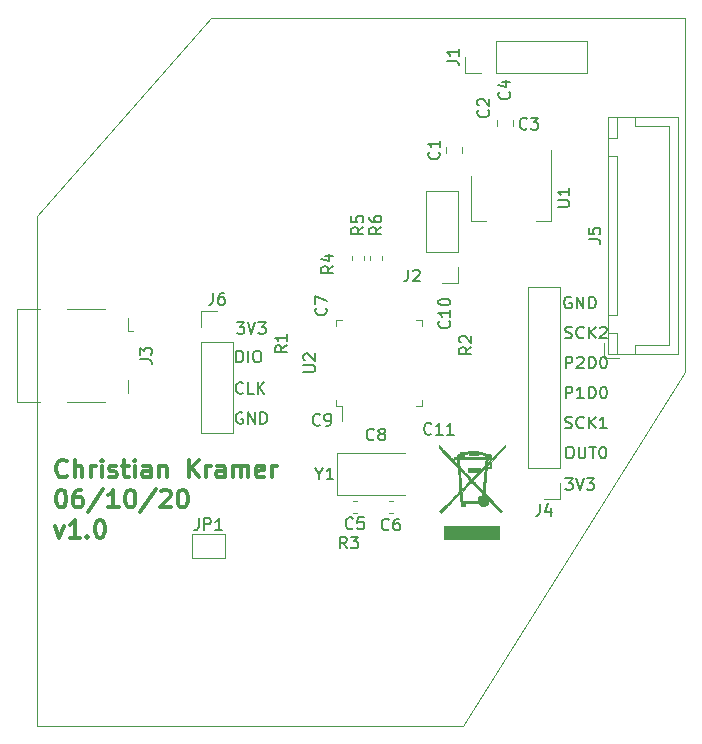
<source format=gbr>
%TF.GenerationSoftware,KiCad,Pcbnew,(5.1.6)-1*%
%TF.CreationDate,2020-06-10T16:57:25-05:00*%
%TF.ProjectId,GameVision50 Redesign,47616d65-5669-4736-996f-6e3530205265,rev?*%
%TF.SameCoordinates,Original*%
%TF.FileFunction,Legend,Top*%
%TF.FilePolarity,Positive*%
%FSLAX46Y46*%
G04 Gerber Fmt 4.6, Leading zero omitted, Abs format (unit mm)*
G04 Created by KiCad (PCBNEW (5.1.6)-1) date 2020-06-10 16:57:25*
%MOMM*%
%LPD*%
G01*
G04 APERTURE LIST*
%ADD10C,0.300000*%
%ADD11C,0.150000*%
%TA.AperFunction,Profile*%
%ADD12C,0.050000*%
%TD*%
%ADD13C,0.010000*%
%ADD14C,0.120000*%
G04 APERTURE END LIST*
D10*
X104152285Y-89552714D02*
X104080857Y-89624142D01*
X103866571Y-89695571D01*
X103723714Y-89695571D01*
X103509428Y-89624142D01*
X103366571Y-89481285D01*
X103295142Y-89338428D01*
X103223714Y-89052714D01*
X103223714Y-88838428D01*
X103295142Y-88552714D01*
X103366571Y-88409857D01*
X103509428Y-88267000D01*
X103723714Y-88195571D01*
X103866571Y-88195571D01*
X104080857Y-88267000D01*
X104152285Y-88338428D01*
X104795142Y-89695571D02*
X104795142Y-88195571D01*
X105438000Y-89695571D02*
X105438000Y-88909857D01*
X105366571Y-88767000D01*
X105223714Y-88695571D01*
X105009428Y-88695571D01*
X104866571Y-88767000D01*
X104795142Y-88838428D01*
X106152285Y-89695571D02*
X106152285Y-88695571D01*
X106152285Y-88981285D02*
X106223714Y-88838428D01*
X106295142Y-88767000D01*
X106438000Y-88695571D01*
X106580857Y-88695571D01*
X107080857Y-89695571D02*
X107080857Y-88695571D01*
X107080857Y-88195571D02*
X107009428Y-88267000D01*
X107080857Y-88338428D01*
X107152285Y-88267000D01*
X107080857Y-88195571D01*
X107080857Y-88338428D01*
X107723714Y-89624142D02*
X107866571Y-89695571D01*
X108152285Y-89695571D01*
X108295142Y-89624142D01*
X108366571Y-89481285D01*
X108366571Y-89409857D01*
X108295142Y-89267000D01*
X108152285Y-89195571D01*
X107938000Y-89195571D01*
X107795142Y-89124142D01*
X107723714Y-88981285D01*
X107723714Y-88909857D01*
X107795142Y-88767000D01*
X107938000Y-88695571D01*
X108152285Y-88695571D01*
X108295142Y-88767000D01*
X108795142Y-88695571D02*
X109366571Y-88695571D01*
X109009428Y-88195571D02*
X109009428Y-89481285D01*
X109080857Y-89624142D01*
X109223714Y-89695571D01*
X109366571Y-89695571D01*
X109866571Y-89695571D02*
X109866571Y-88695571D01*
X109866571Y-88195571D02*
X109795142Y-88267000D01*
X109866571Y-88338428D01*
X109938000Y-88267000D01*
X109866571Y-88195571D01*
X109866571Y-88338428D01*
X111223714Y-89695571D02*
X111223714Y-88909857D01*
X111152285Y-88767000D01*
X111009428Y-88695571D01*
X110723714Y-88695571D01*
X110580857Y-88767000D01*
X111223714Y-89624142D02*
X111080857Y-89695571D01*
X110723714Y-89695571D01*
X110580857Y-89624142D01*
X110509428Y-89481285D01*
X110509428Y-89338428D01*
X110580857Y-89195571D01*
X110723714Y-89124142D01*
X111080857Y-89124142D01*
X111223714Y-89052714D01*
X111938000Y-88695571D02*
X111938000Y-89695571D01*
X111938000Y-88838428D02*
X112009428Y-88767000D01*
X112152285Y-88695571D01*
X112366571Y-88695571D01*
X112509428Y-88767000D01*
X112580857Y-88909857D01*
X112580857Y-89695571D01*
X114438000Y-89695571D02*
X114438000Y-88195571D01*
X115295142Y-89695571D02*
X114652285Y-88838428D01*
X115295142Y-88195571D02*
X114438000Y-89052714D01*
X115938000Y-89695571D02*
X115938000Y-88695571D01*
X115938000Y-88981285D02*
X116009428Y-88838428D01*
X116080857Y-88767000D01*
X116223714Y-88695571D01*
X116366571Y-88695571D01*
X117509428Y-89695571D02*
X117509428Y-88909857D01*
X117438000Y-88767000D01*
X117295142Y-88695571D01*
X117009428Y-88695571D01*
X116866571Y-88767000D01*
X117509428Y-89624142D02*
X117366571Y-89695571D01*
X117009428Y-89695571D01*
X116866571Y-89624142D01*
X116795142Y-89481285D01*
X116795142Y-89338428D01*
X116866571Y-89195571D01*
X117009428Y-89124142D01*
X117366571Y-89124142D01*
X117509428Y-89052714D01*
X118223714Y-89695571D02*
X118223714Y-88695571D01*
X118223714Y-88838428D02*
X118295142Y-88767000D01*
X118438000Y-88695571D01*
X118652285Y-88695571D01*
X118795142Y-88767000D01*
X118866571Y-88909857D01*
X118866571Y-89695571D01*
X118866571Y-88909857D02*
X118938000Y-88767000D01*
X119080857Y-88695571D01*
X119295142Y-88695571D01*
X119438000Y-88767000D01*
X119509428Y-88909857D01*
X119509428Y-89695571D01*
X120795142Y-89624142D02*
X120652285Y-89695571D01*
X120366571Y-89695571D01*
X120223714Y-89624142D01*
X120152285Y-89481285D01*
X120152285Y-88909857D01*
X120223714Y-88767000D01*
X120366571Y-88695571D01*
X120652285Y-88695571D01*
X120795142Y-88767000D01*
X120866571Y-88909857D01*
X120866571Y-89052714D01*
X120152285Y-89195571D01*
X121509428Y-89695571D02*
X121509428Y-88695571D01*
X121509428Y-88981285D02*
X121580857Y-88838428D01*
X121652285Y-88767000D01*
X121795142Y-88695571D01*
X121938000Y-88695571D01*
X103580857Y-90745571D02*
X103723714Y-90745571D01*
X103866571Y-90817000D01*
X103938000Y-90888428D01*
X104009428Y-91031285D01*
X104080857Y-91317000D01*
X104080857Y-91674142D01*
X104009428Y-91959857D01*
X103938000Y-92102714D01*
X103866571Y-92174142D01*
X103723714Y-92245571D01*
X103580857Y-92245571D01*
X103438000Y-92174142D01*
X103366571Y-92102714D01*
X103295142Y-91959857D01*
X103223714Y-91674142D01*
X103223714Y-91317000D01*
X103295142Y-91031285D01*
X103366571Y-90888428D01*
X103438000Y-90817000D01*
X103580857Y-90745571D01*
X105366571Y-90745571D02*
X105080857Y-90745571D01*
X104938000Y-90817000D01*
X104866571Y-90888428D01*
X104723714Y-91102714D01*
X104652285Y-91388428D01*
X104652285Y-91959857D01*
X104723714Y-92102714D01*
X104795142Y-92174142D01*
X104938000Y-92245571D01*
X105223714Y-92245571D01*
X105366571Y-92174142D01*
X105438000Y-92102714D01*
X105509428Y-91959857D01*
X105509428Y-91602714D01*
X105438000Y-91459857D01*
X105366571Y-91388428D01*
X105223714Y-91317000D01*
X104938000Y-91317000D01*
X104795142Y-91388428D01*
X104723714Y-91459857D01*
X104652285Y-91602714D01*
X107223714Y-90674142D02*
X105938000Y-92602714D01*
X108509428Y-92245571D02*
X107652285Y-92245571D01*
X108080857Y-92245571D02*
X108080857Y-90745571D01*
X107938000Y-90959857D01*
X107795142Y-91102714D01*
X107652285Y-91174142D01*
X109438000Y-90745571D02*
X109580857Y-90745571D01*
X109723714Y-90817000D01*
X109795142Y-90888428D01*
X109866571Y-91031285D01*
X109938000Y-91317000D01*
X109938000Y-91674142D01*
X109866571Y-91959857D01*
X109795142Y-92102714D01*
X109723714Y-92174142D01*
X109580857Y-92245571D01*
X109438000Y-92245571D01*
X109295142Y-92174142D01*
X109223714Y-92102714D01*
X109152285Y-91959857D01*
X109080857Y-91674142D01*
X109080857Y-91317000D01*
X109152285Y-91031285D01*
X109223714Y-90888428D01*
X109295142Y-90817000D01*
X109438000Y-90745571D01*
X111652285Y-90674142D02*
X110366571Y-92602714D01*
X112080857Y-90888428D02*
X112152285Y-90817000D01*
X112295142Y-90745571D01*
X112652285Y-90745571D01*
X112795142Y-90817000D01*
X112866571Y-90888428D01*
X112938000Y-91031285D01*
X112938000Y-91174142D01*
X112866571Y-91388428D01*
X112009428Y-92245571D01*
X112938000Y-92245571D01*
X113866571Y-90745571D02*
X114009428Y-90745571D01*
X114152285Y-90817000D01*
X114223714Y-90888428D01*
X114295142Y-91031285D01*
X114366571Y-91317000D01*
X114366571Y-91674142D01*
X114295142Y-91959857D01*
X114223714Y-92102714D01*
X114152285Y-92174142D01*
X114009428Y-92245571D01*
X113866571Y-92245571D01*
X113723714Y-92174142D01*
X113652285Y-92102714D01*
X113580857Y-91959857D01*
X113509428Y-91674142D01*
X113509428Y-91317000D01*
X113580857Y-91031285D01*
X113652285Y-90888428D01*
X113723714Y-90817000D01*
X113866571Y-90745571D01*
X103152285Y-93795571D02*
X103509428Y-94795571D01*
X103866571Y-93795571D01*
X105223714Y-94795571D02*
X104366571Y-94795571D01*
X104795142Y-94795571D02*
X104795142Y-93295571D01*
X104652285Y-93509857D01*
X104509428Y-93652714D01*
X104366571Y-93724142D01*
X105866571Y-94652714D02*
X105938000Y-94724142D01*
X105866571Y-94795571D01*
X105795142Y-94724142D01*
X105866571Y-94652714D01*
X105866571Y-94795571D01*
X106866571Y-93295571D02*
X107009428Y-93295571D01*
X107152285Y-93367000D01*
X107223714Y-93438428D01*
X107295142Y-93581285D01*
X107366571Y-93867000D01*
X107366571Y-94224142D01*
X107295142Y-94509857D01*
X107223714Y-94652714D01*
X107152285Y-94724142D01*
X107009428Y-94795571D01*
X106866571Y-94795571D01*
X106723714Y-94724142D01*
X106652285Y-94652714D01*
X106580857Y-94509857D01*
X106509428Y-94224142D01*
X106509428Y-93867000D01*
X106580857Y-93581285D01*
X106652285Y-93438428D01*
X106723714Y-93367000D01*
X106866571Y-93295571D01*
D11*
X146812095Y-74430000D02*
X146716857Y-74382380D01*
X146574000Y-74382380D01*
X146431142Y-74430000D01*
X146335904Y-74525238D01*
X146288285Y-74620476D01*
X146240666Y-74810952D01*
X146240666Y-74953809D01*
X146288285Y-75144285D01*
X146335904Y-75239523D01*
X146431142Y-75334761D01*
X146574000Y-75382380D01*
X146669238Y-75382380D01*
X146812095Y-75334761D01*
X146859714Y-75287142D01*
X146859714Y-74953809D01*
X146669238Y-74953809D01*
X147288285Y-75382380D02*
X147288285Y-74382380D01*
X147859714Y-75382380D01*
X147859714Y-74382380D01*
X148335904Y-75382380D02*
X148335904Y-74382380D01*
X148574000Y-74382380D01*
X148716857Y-74430000D01*
X148812095Y-74525238D01*
X148859714Y-74620476D01*
X148907333Y-74810952D01*
X148907333Y-74953809D01*
X148859714Y-75144285D01*
X148812095Y-75239523D01*
X148716857Y-75334761D01*
X148574000Y-75382380D01*
X148335904Y-75382380D01*
X146335904Y-89749380D02*
X146954952Y-89749380D01*
X146621619Y-90130333D01*
X146764476Y-90130333D01*
X146859714Y-90177952D01*
X146907333Y-90225571D01*
X146954952Y-90320809D01*
X146954952Y-90558904D01*
X146907333Y-90654142D01*
X146859714Y-90701761D01*
X146764476Y-90749380D01*
X146478761Y-90749380D01*
X146383523Y-90701761D01*
X146335904Y-90654142D01*
X147240666Y-89749380D02*
X147574000Y-90749380D01*
X147907333Y-89749380D01*
X148145428Y-89749380D02*
X148764476Y-89749380D01*
X148431142Y-90130333D01*
X148574000Y-90130333D01*
X148669238Y-90177952D01*
X148716857Y-90225571D01*
X148764476Y-90320809D01*
X148764476Y-90558904D01*
X148716857Y-90654142D01*
X148669238Y-90701761D01*
X148574000Y-90749380D01*
X148288285Y-90749380D01*
X148193047Y-90701761D01*
X148145428Y-90654142D01*
X146605809Y-87082380D02*
X146796285Y-87082380D01*
X146891523Y-87130000D01*
X146986761Y-87225238D01*
X147034380Y-87415714D01*
X147034380Y-87749047D01*
X146986761Y-87939523D01*
X146891523Y-88034761D01*
X146796285Y-88082380D01*
X146605809Y-88082380D01*
X146510571Y-88034761D01*
X146415333Y-87939523D01*
X146367714Y-87749047D01*
X146367714Y-87415714D01*
X146415333Y-87225238D01*
X146510571Y-87130000D01*
X146605809Y-87082380D01*
X147462952Y-87082380D02*
X147462952Y-87891904D01*
X147510571Y-87987142D01*
X147558190Y-88034761D01*
X147653428Y-88082380D01*
X147843904Y-88082380D01*
X147939142Y-88034761D01*
X147986761Y-87987142D01*
X148034380Y-87891904D01*
X148034380Y-87082380D01*
X148367714Y-87082380D02*
X148939142Y-87082380D01*
X148653428Y-88082380D02*
X148653428Y-87082380D01*
X149462952Y-87082380D02*
X149558190Y-87082380D01*
X149653428Y-87130000D01*
X149701047Y-87177619D01*
X149748666Y-87272857D01*
X149796285Y-87463333D01*
X149796285Y-87701428D01*
X149748666Y-87891904D01*
X149701047Y-87987142D01*
X149653428Y-88034761D01*
X149558190Y-88082380D01*
X149462952Y-88082380D01*
X149367714Y-88034761D01*
X149320095Y-87987142D01*
X149272476Y-87891904D01*
X149224857Y-87701428D01*
X149224857Y-87463333D01*
X149272476Y-87272857D01*
X149320095Y-87177619D01*
X149367714Y-87130000D01*
X149462952Y-87082380D01*
X146320095Y-85494761D02*
X146462952Y-85542380D01*
X146701047Y-85542380D01*
X146796285Y-85494761D01*
X146843904Y-85447142D01*
X146891523Y-85351904D01*
X146891523Y-85256666D01*
X146843904Y-85161428D01*
X146796285Y-85113809D01*
X146701047Y-85066190D01*
X146510571Y-85018571D01*
X146415333Y-84970952D01*
X146367714Y-84923333D01*
X146320095Y-84828095D01*
X146320095Y-84732857D01*
X146367714Y-84637619D01*
X146415333Y-84590000D01*
X146510571Y-84542380D01*
X146748666Y-84542380D01*
X146891523Y-84590000D01*
X147891523Y-85447142D02*
X147843904Y-85494761D01*
X147701047Y-85542380D01*
X147605809Y-85542380D01*
X147462952Y-85494761D01*
X147367714Y-85399523D01*
X147320095Y-85304285D01*
X147272476Y-85113809D01*
X147272476Y-84970952D01*
X147320095Y-84780476D01*
X147367714Y-84685238D01*
X147462952Y-84590000D01*
X147605809Y-84542380D01*
X147701047Y-84542380D01*
X147843904Y-84590000D01*
X147891523Y-84637619D01*
X148320095Y-85542380D02*
X148320095Y-84542380D01*
X148891523Y-85542380D02*
X148462952Y-84970952D01*
X148891523Y-84542380D02*
X148320095Y-85113809D01*
X149843904Y-85542380D02*
X149272476Y-85542380D01*
X149558190Y-85542380D02*
X149558190Y-84542380D01*
X149462952Y-84685238D01*
X149367714Y-84780476D01*
X149272476Y-84828095D01*
X146367714Y-83002380D02*
X146367714Y-82002380D01*
X146748666Y-82002380D01*
X146843904Y-82050000D01*
X146891523Y-82097619D01*
X146939142Y-82192857D01*
X146939142Y-82335714D01*
X146891523Y-82430952D01*
X146843904Y-82478571D01*
X146748666Y-82526190D01*
X146367714Y-82526190D01*
X147891523Y-83002380D02*
X147320095Y-83002380D01*
X147605809Y-83002380D02*
X147605809Y-82002380D01*
X147510571Y-82145238D01*
X147415333Y-82240476D01*
X147320095Y-82288095D01*
X148320095Y-83002380D02*
X148320095Y-82002380D01*
X148558190Y-82002380D01*
X148701047Y-82050000D01*
X148796285Y-82145238D01*
X148843904Y-82240476D01*
X148891523Y-82430952D01*
X148891523Y-82573809D01*
X148843904Y-82764285D01*
X148796285Y-82859523D01*
X148701047Y-82954761D01*
X148558190Y-83002380D01*
X148320095Y-83002380D01*
X149510571Y-82002380D02*
X149605809Y-82002380D01*
X149701047Y-82050000D01*
X149748666Y-82097619D01*
X149796285Y-82192857D01*
X149843904Y-82383333D01*
X149843904Y-82621428D01*
X149796285Y-82811904D01*
X149748666Y-82907142D01*
X149701047Y-82954761D01*
X149605809Y-83002380D01*
X149510571Y-83002380D01*
X149415333Y-82954761D01*
X149367714Y-82907142D01*
X149320095Y-82811904D01*
X149272476Y-82621428D01*
X149272476Y-82383333D01*
X149320095Y-82192857D01*
X149367714Y-82097619D01*
X149415333Y-82050000D01*
X149510571Y-82002380D01*
X146367714Y-80462380D02*
X146367714Y-79462380D01*
X146748666Y-79462380D01*
X146843904Y-79510000D01*
X146891523Y-79557619D01*
X146939142Y-79652857D01*
X146939142Y-79795714D01*
X146891523Y-79890952D01*
X146843904Y-79938571D01*
X146748666Y-79986190D01*
X146367714Y-79986190D01*
X147320095Y-79557619D02*
X147367714Y-79510000D01*
X147462952Y-79462380D01*
X147701047Y-79462380D01*
X147796285Y-79510000D01*
X147843904Y-79557619D01*
X147891523Y-79652857D01*
X147891523Y-79748095D01*
X147843904Y-79890952D01*
X147272476Y-80462380D01*
X147891523Y-80462380D01*
X148320095Y-80462380D02*
X148320095Y-79462380D01*
X148558190Y-79462380D01*
X148701047Y-79510000D01*
X148796285Y-79605238D01*
X148843904Y-79700476D01*
X148891523Y-79890952D01*
X148891523Y-80033809D01*
X148843904Y-80224285D01*
X148796285Y-80319523D01*
X148701047Y-80414761D01*
X148558190Y-80462380D01*
X148320095Y-80462380D01*
X149510571Y-79462380D02*
X149605809Y-79462380D01*
X149701047Y-79510000D01*
X149748666Y-79557619D01*
X149796285Y-79652857D01*
X149843904Y-79843333D01*
X149843904Y-80081428D01*
X149796285Y-80271904D01*
X149748666Y-80367142D01*
X149701047Y-80414761D01*
X149605809Y-80462380D01*
X149510571Y-80462380D01*
X149415333Y-80414761D01*
X149367714Y-80367142D01*
X149320095Y-80271904D01*
X149272476Y-80081428D01*
X149272476Y-79843333D01*
X149320095Y-79652857D01*
X149367714Y-79557619D01*
X149415333Y-79510000D01*
X149510571Y-79462380D01*
X146320095Y-77874761D02*
X146462952Y-77922380D01*
X146701047Y-77922380D01*
X146796285Y-77874761D01*
X146843904Y-77827142D01*
X146891523Y-77731904D01*
X146891523Y-77636666D01*
X146843904Y-77541428D01*
X146796285Y-77493809D01*
X146701047Y-77446190D01*
X146510571Y-77398571D01*
X146415333Y-77350952D01*
X146367714Y-77303333D01*
X146320095Y-77208095D01*
X146320095Y-77112857D01*
X146367714Y-77017619D01*
X146415333Y-76970000D01*
X146510571Y-76922380D01*
X146748666Y-76922380D01*
X146891523Y-76970000D01*
X147891523Y-77827142D02*
X147843904Y-77874761D01*
X147701047Y-77922380D01*
X147605809Y-77922380D01*
X147462952Y-77874761D01*
X147367714Y-77779523D01*
X147320095Y-77684285D01*
X147272476Y-77493809D01*
X147272476Y-77350952D01*
X147320095Y-77160476D01*
X147367714Y-77065238D01*
X147462952Y-76970000D01*
X147605809Y-76922380D01*
X147701047Y-76922380D01*
X147843904Y-76970000D01*
X147891523Y-77017619D01*
X148320095Y-77922380D02*
X148320095Y-76922380D01*
X148891523Y-77922380D02*
X148462952Y-77350952D01*
X148891523Y-76922380D02*
X148320095Y-77493809D01*
X149272476Y-77017619D02*
X149320095Y-76970000D01*
X149415333Y-76922380D01*
X149653428Y-76922380D01*
X149748666Y-76970000D01*
X149796285Y-77017619D01*
X149843904Y-77112857D01*
X149843904Y-77208095D01*
X149796285Y-77350952D01*
X149224857Y-77922380D01*
X149843904Y-77922380D01*
X118999095Y-84209000D02*
X118903857Y-84161380D01*
X118761000Y-84161380D01*
X118618142Y-84209000D01*
X118522904Y-84304238D01*
X118475285Y-84399476D01*
X118427666Y-84589952D01*
X118427666Y-84732809D01*
X118475285Y-84923285D01*
X118522904Y-85018523D01*
X118618142Y-85113761D01*
X118761000Y-85161380D01*
X118856238Y-85161380D01*
X118999095Y-85113761D01*
X119046714Y-85066142D01*
X119046714Y-84732809D01*
X118856238Y-84732809D01*
X119475285Y-85161380D02*
X119475285Y-84161380D01*
X120046714Y-85161380D01*
X120046714Y-84161380D01*
X120522904Y-85161380D02*
X120522904Y-84161380D01*
X120761000Y-84161380D01*
X120903857Y-84209000D01*
X120999095Y-84304238D01*
X121046714Y-84399476D01*
X121094333Y-84589952D01*
X121094333Y-84732809D01*
X121046714Y-84923285D01*
X120999095Y-85018523D01*
X120903857Y-85113761D01*
X120761000Y-85161380D01*
X120522904Y-85161380D01*
X119038761Y-82526142D02*
X118991142Y-82573761D01*
X118848285Y-82621380D01*
X118753047Y-82621380D01*
X118610190Y-82573761D01*
X118514952Y-82478523D01*
X118467333Y-82383285D01*
X118419714Y-82192809D01*
X118419714Y-82049952D01*
X118467333Y-81859476D01*
X118514952Y-81764238D01*
X118610190Y-81669000D01*
X118753047Y-81621380D01*
X118848285Y-81621380D01*
X118991142Y-81669000D01*
X119038761Y-81716619D01*
X119943523Y-82621380D02*
X119467333Y-82621380D01*
X119467333Y-81621380D01*
X120276857Y-82621380D02*
X120276857Y-81621380D01*
X120848285Y-82621380D02*
X120419714Y-82049952D01*
X120848285Y-81621380D02*
X120276857Y-82192809D01*
X118483190Y-79954380D02*
X118483190Y-78954380D01*
X118721285Y-78954380D01*
X118864142Y-79002000D01*
X118959380Y-79097238D01*
X119007000Y-79192476D01*
X119054619Y-79382952D01*
X119054619Y-79525809D01*
X119007000Y-79716285D01*
X118959380Y-79811523D01*
X118864142Y-79906761D01*
X118721285Y-79954380D01*
X118483190Y-79954380D01*
X119483190Y-79954380D02*
X119483190Y-78954380D01*
X120149857Y-78954380D02*
X120340333Y-78954380D01*
X120435571Y-79002000D01*
X120530809Y-79097238D01*
X120578428Y-79287714D01*
X120578428Y-79621047D01*
X120530809Y-79811523D01*
X120435571Y-79906761D01*
X120340333Y-79954380D01*
X120149857Y-79954380D01*
X120054619Y-79906761D01*
X119959380Y-79811523D01*
X119911761Y-79621047D01*
X119911761Y-79287714D01*
X119959380Y-79097238D01*
X120054619Y-79002000D01*
X120149857Y-78954380D01*
X118522904Y-76541380D02*
X119141952Y-76541380D01*
X118808619Y-76922333D01*
X118951476Y-76922333D01*
X119046714Y-76969952D01*
X119094333Y-77017571D01*
X119141952Y-77112809D01*
X119141952Y-77350904D01*
X119094333Y-77446142D01*
X119046714Y-77493761D01*
X118951476Y-77541380D01*
X118665761Y-77541380D01*
X118570523Y-77493761D01*
X118522904Y-77446142D01*
X119427666Y-76541380D02*
X119761000Y-77541380D01*
X120094333Y-76541380D01*
X120332428Y-76541380D02*
X120951476Y-76541380D01*
X120618142Y-76922333D01*
X120761000Y-76922333D01*
X120856238Y-76969952D01*
X120903857Y-77017571D01*
X120951476Y-77112809D01*
X120951476Y-77350904D01*
X120903857Y-77446142D01*
X120856238Y-77493761D01*
X120761000Y-77541380D01*
X120475285Y-77541380D01*
X120380047Y-77493761D01*
X120332428Y-77446142D01*
D12*
X116332000Y-50800000D02*
X156464000Y-50800000D01*
X101600000Y-67564000D02*
X116332000Y-50800000D01*
X101600000Y-110744000D02*
X101600000Y-67564000D01*
X137668000Y-110744000D02*
X101600000Y-110744000D01*
X156464000Y-80772000D02*
X137668000Y-110744000D01*
X156464000Y-50800000D02*
X156464000Y-80772000D01*
D13*
%TO.C,REF\u002A\u002A*%
G36*
X141253256Y-87031337D02*
G01*
X141252433Y-87147066D01*
X140652115Y-87757000D01*
X140051796Y-88366934D01*
X140051359Y-88646835D01*
X140050921Y-88926737D01*
X139685337Y-88926737D01*
X139675917Y-88997756D01*
X139672350Y-89030127D01*
X139666338Y-89091087D01*
X139658201Y-89176998D01*
X139648262Y-89284226D01*
X139636843Y-89409133D01*
X139624264Y-89548083D01*
X139610847Y-89697441D01*
X139596915Y-89853568D01*
X139582788Y-90012830D01*
X139568788Y-90171590D01*
X139555237Y-90326211D01*
X139542456Y-90473057D01*
X139530767Y-90608493D01*
X139520492Y-90728880D01*
X139511952Y-90830584D01*
X139505469Y-90909967D01*
X139501364Y-90963394D01*
X139499959Y-90987229D01*
X139499960Y-90987342D01*
X139510204Y-91006466D01*
X139540974Y-91045955D01*
X139592689Y-91106266D01*
X139665767Y-91187861D01*
X139760627Y-91291198D01*
X139877687Y-91416738D01*
X140017367Y-91564940D01*
X140180084Y-91736263D01*
X140225821Y-91784237D01*
X140951195Y-92544566D01*
X140892551Y-92603052D01*
X140833908Y-92661539D01*
X140739026Y-92558310D01*
X140704315Y-92521003D01*
X140650094Y-92463311D01*
X140579941Y-92389013D01*
X140497432Y-92301889D01*
X140406145Y-92205718D01*
X140309658Y-92104280D01*
X140251935Y-92043695D01*
X140143566Y-91930197D01*
X140055972Y-91839285D01*
X139986920Y-91769307D01*
X139934176Y-91718610D01*
X139895506Y-91685540D01*
X139868677Y-91668444D01*
X139851456Y-91665669D01*
X139841608Y-91675563D01*
X139836901Y-91696471D01*
X139835101Y-91726741D01*
X139834859Y-91735002D01*
X139822342Y-91791909D01*
X139791503Y-91860693D01*
X139748497Y-91930475D01*
X139699480Y-91990378D01*
X139679866Y-92008882D01*
X139579230Y-92073628D01*
X139461673Y-92109854D01*
X139357738Y-92118447D01*
X139239951Y-92102239D01*
X139131169Y-92054712D01*
X139034890Y-91977511D01*
X139017125Y-91958295D01*
X138952168Y-91884500D01*
X137828421Y-91884500D01*
X137828421Y-92118447D01*
X137527632Y-92118447D01*
X137527632Y-92009152D01*
X137523857Y-91934539D01*
X137511175Y-91882750D01*
X137495763Y-91854580D01*
X137484750Y-91834424D01*
X137475321Y-91805200D01*
X137466849Y-91762575D01*
X137458710Y-91702217D01*
X137450279Y-91619793D01*
X137440932Y-91510972D01*
X137434531Y-91430017D01*
X137405169Y-91050732D01*
X136684341Y-91780938D01*
X136554008Y-91913066D01*
X136428892Y-92040096D01*
X136311279Y-92159695D01*
X136203455Y-92269528D01*
X136107705Y-92367263D01*
X136026317Y-92450566D01*
X135961577Y-92517104D01*
X135915770Y-92564542D01*
X135891208Y-92590520D01*
X135850855Y-92631649D01*
X135817195Y-92660335D01*
X135799090Y-92669895D01*
X135775965Y-92658697D01*
X135742257Y-92630719D01*
X135730831Y-92619326D01*
X135682383Y-92568757D01*
X135949119Y-92297702D01*
X136017169Y-92228652D01*
X136104915Y-92139774D01*
X136208508Y-92034959D01*
X136324100Y-91918097D01*
X136447841Y-91793079D01*
X136575881Y-91663795D01*
X136704372Y-91534136D01*
X136796546Y-91441179D01*
X136936658Y-91299520D01*
X137054368Y-91179591D01*
X137151180Y-91079768D01*
X137228601Y-90998428D01*
X137288136Y-90933948D01*
X137317642Y-90900277D01*
X137554591Y-90900277D01*
X137584257Y-91279592D01*
X137593203Y-91390777D01*
X137601858Y-91492453D01*
X137609729Y-91579304D01*
X137616328Y-91646018D01*
X137621164Y-91687279D01*
X137622720Y-91696506D01*
X137631518Y-91734105D01*
X138893319Y-91734105D01*
X138901742Y-91629173D01*
X138927172Y-91505195D01*
X138980389Y-91395524D01*
X139058037Y-91304156D01*
X139156763Y-91235083D01*
X139267572Y-91193620D01*
X139303520Y-91174171D01*
X139321517Y-91132430D01*
X139321894Y-91130589D01*
X139324053Y-91112967D01*
X139321384Y-91094922D01*
X139311280Y-91073108D01*
X139291137Y-91044177D01*
X139258349Y-91004783D01*
X139210310Y-90951577D01*
X139144416Y-90881214D01*
X139058060Y-90790346D01*
X139052480Y-90784493D01*
X138959595Y-90686956D01*
X138860845Y-90583067D01*
X138763016Y-90479977D01*
X138672893Y-90384839D01*
X138597262Y-90304804D01*
X138580395Y-90286911D01*
X138515735Y-90219444D01*
X138458295Y-90161709D01*
X138412199Y-90117675D01*
X138381569Y-90091314D01*
X138371285Y-90085521D01*
X138355948Y-90097646D01*
X138320083Y-90130910D01*
X138266512Y-90182542D01*
X138198060Y-90249775D01*
X138117553Y-90329837D01*
X138027813Y-90419961D01*
X137954468Y-90494198D01*
X137554591Y-90900277D01*
X137317642Y-90900277D01*
X137331291Y-90884703D01*
X137359571Y-90849071D01*
X137374483Y-90825429D01*
X137377801Y-90814480D01*
X137376544Y-90790586D01*
X137372726Y-90736501D01*
X137366593Y-90655338D01*
X137358393Y-90550210D01*
X137348373Y-90424228D01*
X137336780Y-90280505D01*
X137323860Y-90122154D01*
X137309862Y-89952287D01*
X137298581Y-89816528D01*
X137234750Y-89051106D01*
X137398996Y-89051106D01*
X137399703Y-89067624D01*
X137403031Y-89114145D01*
X137408710Y-89187378D01*
X137416474Y-89284028D01*
X137426057Y-89400805D01*
X137437189Y-89534414D01*
X137449605Y-89681563D01*
X137461520Y-89821271D01*
X137475016Y-89979787D01*
X137487587Y-90129421D01*
X137498945Y-90266602D01*
X137508802Y-90387759D01*
X137516870Y-90489320D01*
X137522860Y-90567712D01*
X137526485Y-90619363D01*
X137527491Y-90639423D01*
X137529060Y-90651908D01*
X137535278Y-90656862D01*
X137548541Y-90652218D01*
X137571247Y-90635909D01*
X137605792Y-90605868D01*
X137654573Y-90560027D01*
X137719987Y-90496320D01*
X137804431Y-90412679D01*
X137894029Y-90323299D01*
X138260426Y-89957186D01*
X138257859Y-89954434D01*
X138500049Y-89954434D01*
X138511087Y-89969550D01*
X138541987Y-90005142D01*
X138589653Y-90057941D01*
X138650987Y-90124673D01*
X138722893Y-90202070D01*
X138802273Y-90286858D01*
X138886031Y-90375767D01*
X138971070Y-90465526D01*
X139054292Y-90552864D01*
X139132601Y-90634509D01*
X139202900Y-90707191D01*
X139262091Y-90767637D01*
X139307078Y-90812578D01*
X139334764Y-90838742D01*
X139342314Y-90844072D01*
X139344803Y-90826867D01*
X139349970Y-90779348D01*
X139357530Y-90704489D01*
X139367200Y-90605264D01*
X139378695Y-90484649D01*
X139391731Y-90345618D01*
X139406024Y-90191145D01*
X139421290Y-90024206D01*
X139433479Y-89889597D01*
X139449071Y-89715054D01*
X139463477Y-89550627D01*
X139476453Y-89399299D01*
X139487759Y-89264053D01*
X139497152Y-89147870D01*
X139504389Y-89053735D01*
X139509228Y-88984630D01*
X139511427Y-88943538D01*
X139511176Y-88932868D01*
X139498030Y-88942372D01*
X139464554Y-88972920D01*
X139413674Y-89021556D01*
X139348317Y-89085323D01*
X139271409Y-89161265D01*
X139185876Y-89246424D01*
X139094646Y-89337845D01*
X139000644Y-89432569D01*
X138906798Y-89527641D01*
X138816033Y-89620103D01*
X138731277Y-89706999D01*
X138655456Y-89785372D01*
X138591497Y-89852265D01*
X138542326Y-89904722D01*
X138510869Y-89939785D01*
X138500049Y-89954434D01*
X138257859Y-89954434D01*
X138123798Y-89810760D01*
X138054216Y-89736448D01*
X137976119Y-89653483D01*
X137892594Y-89565102D01*
X137806730Y-89474541D01*
X137721615Y-89385036D01*
X137640336Y-89299823D01*
X137565981Y-89222139D01*
X137501637Y-89155220D01*
X137450394Y-89102303D01*
X137415337Y-89066623D01*
X137399556Y-89051416D01*
X137398996Y-89051106D01*
X137234750Y-89051106D01*
X137218796Y-88859807D01*
X136420714Y-88020485D01*
X135622632Y-87181164D01*
X135623219Y-87063852D01*
X135623806Y-86946539D01*
X135752725Y-87084253D01*
X135824876Y-87161063D01*
X135910060Y-87251304D01*
X136005979Y-87352575D01*
X136110334Y-87462476D01*
X136220826Y-87578604D01*
X136335156Y-87698558D01*
X136451025Y-87819936D01*
X136566135Y-87940338D01*
X136678186Y-88057362D01*
X136784881Y-88168606D01*
X136883920Y-88271669D01*
X136973003Y-88364150D01*
X137049834Y-88443647D01*
X137112112Y-88507758D01*
X137157538Y-88554083D01*
X137183815Y-88580219D01*
X137189574Y-88585233D01*
X137189970Y-88567791D01*
X137187792Y-88523135D01*
X137183417Y-88457340D01*
X137177225Y-88376483D01*
X137174567Y-88344183D01*
X137154772Y-88107921D01*
X137309758Y-88107921D01*
X137317760Y-88145520D01*
X137321840Y-88175255D01*
X137327575Y-88231203D01*
X137334299Y-88306236D01*
X137341352Y-88393225D01*
X137343793Y-88425421D01*
X137350992Y-88517861D01*
X137358258Y-88603707D01*
X137364864Y-88674847D01*
X137370084Y-88723169D01*
X137371261Y-88731939D01*
X137375702Y-88749942D01*
X137385313Y-88771017D01*
X137402140Y-88797525D01*
X137428225Y-88831828D01*
X137465613Y-88876289D01*
X137516346Y-88933271D01*
X137582470Y-89005136D01*
X137666026Y-89094246D01*
X137769060Y-89202964D01*
X137874167Y-89313275D01*
X137978738Y-89422441D01*
X138076351Y-89523540D01*
X138164578Y-89614115D01*
X138240988Y-89691708D01*
X138303151Y-89753862D01*
X138348637Y-89798118D01*
X138375017Y-89822018D01*
X138380643Y-89825574D01*
X138395443Y-89812681D01*
X138430039Y-89779060D01*
X138481071Y-89728082D01*
X138545183Y-89663120D01*
X138619016Y-89587548D01*
X138672411Y-89532493D01*
X138951173Y-89244237D01*
X138129210Y-89244237D01*
X138129210Y-88926737D01*
X139131842Y-88926737D01*
X139131842Y-89068206D01*
X139315658Y-88884960D01*
X139446052Y-88754971D01*
X139700000Y-88754971D01*
X139702429Y-88775477D01*
X139714724Y-88786902D01*
X139744396Y-88791880D01*
X139798955Y-88793044D01*
X139808618Y-88793052D01*
X139917237Y-88793052D01*
X139917237Y-88501584D01*
X139808618Y-88609237D01*
X139747346Y-88674687D01*
X139710699Y-88724829D01*
X139700000Y-88754971D01*
X139446052Y-88754971D01*
X139499474Y-88701715D01*
X139499474Y-88538502D01*
X139499985Y-88463414D01*
X139502328Y-88415645D01*
X139507711Y-88389098D01*
X139517344Y-88377679D01*
X139531871Y-88375289D01*
X139548027Y-88371780D01*
X139559969Y-88357711D01*
X139569139Y-88327769D01*
X139576982Y-88276642D01*
X139584942Y-88199017D01*
X139587496Y-88170585D01*
X139593026Y-88107921D01*
X137309758Y-88107921D01*
X137154772Y-88107921D01*
X136942763Y-88107921D01*
X136942763Y-87957526D01*
X137032859Y-87957526D01*
X137085555Y-87956083D01*
X137114188Y-87949116D01*
X137117691Y-87944970D01*
X137302234Y-87944970D01*
X137311946Y-87954442D01*
X137345588Y-87957366D01*
X137368294Y-87957526D01*
X137444079Y-87957526D01*
X137726694Y-87957526D01*
X139606519Y-87957526D01*
X139542938Y-87892413D01*
X139444186Y-87812062D01*
X139321968Y-87750089D01*
X139174213Y-87705646D01*
X139027401Y-87681065D01*
X138931316Y-87669596D01*
X138931316Y-87790421D01*
X138162632Y-87790421D01*
X138162632Y-87653345D01*
X138049835Y-87664776D01*
X137971025Y-87674425D01*
X137887057Y-87687214D01*
X137836776Y-87696348D01*
X137736513Y-87716488D01*
X137731603Y-87837007D01*
X137726694Y-87957526D01*
X137444079Y-87957526D01*
X137444079Y-87890684D01*
X137441869Y-87848810D01*
X137436350Y-87825536D01*
X137434126Y-87823842D01*
X137409387Y-87834560D01*
X137373243Y-87860563D01*
X137337010Y-87892623D01*
X137312001Y-87921511D01*
X137309773Y-87925267D01*
X137302234Y-87944970D01*
X137117691Y-87944970D01*
X137128081Y-87932674D01*
X137133689Y-87914762D01*
X137156578Y-87868279D01*
X137200540Y-87812400D01*
X137258011Y-87754960D01*
X137321427Y-87703793D01*
X137363082Y-87677143D01*
X137410534Y-87647972D01*
X137434859Y-87623467D01*
X137443405Y-87594572D01*
X137444062Y-87577362D01*
X137444063Y-87573184D01*
X138296316Y-87573184D01*
X138296316Y-87656737D01*
X138797632Y-87656737D01*
X138797632Y-87573184D01*
X138296316Y-87573184D01*
X137444063Y-87573184D01*
X137444079Y-87523052D01*
X137584726Y-87523052D01*
X137649436Y-87524617D01*
X137699870Y-87528785D01*
X137727906Y-87534773D01*
X137730943Y-87537197D01*
X137748727Y-87540918D01*
X137792008Y-87539394D01*
X137853349Y-87533075D01*
X137895263Y-87527240D01*
X137971263Y-87515778D01*
X138040770Y-87505430D01*
X138093003Y-87497796D01*
X138108322Y-87495627D01*
X138148347Y-87483232D01*
X138162632Y-87463808D01*
X138166975Y-87455898D01*
X138182510Y-87449863D01*
X138212999Y-87445466D01*
X138262200Y-87442469D01*
X138333874Y-87440635D01*
X138431781Y-87439725D01*
X138546974Y-87439500D01*
X138669914Y-87439628D01*
X138763441Y-87440230D01*
X138831560Y-87441639D01*
X138878281Y-87444181D01*
X138907609Y-87448189D01*
X138923551Y-87453991D01*
X138930115Y-87461917D01*
X138931316Y-87471133D01*
X138941540Y-87500385D01*
X138975030Y-87517031D01*
X139036012Y-87522968D01*
X139046983Y-87523052D01*
X139150254Y-87533706D01*
X139267547Y-87563033D01*
X139388285Y-87607084D01*
X139501889Y-87661911D01*
X139597781Y-87723564D01*
X139610201Y-87733332D01*
X139650682Y-87765115D01*
X139674655Y-87777844D01*
X139691396Y-87773729D01*
X139708581Y-87756750D01*
X139759336Y-87723492D01*
X139825393Y-87710725D01*
X139896526Y-87717365D01*
X139962514Y-87742327D01*
X140013132Y-87784529D01*
X140016797Y-87789434D01*
X140054672Y-87868211D01*
X140061719Y-87949754D01*
X140038715Y-88027487D01*
X139986437Y-88094835D01*
X139980044Y-88100396D01*
X139942927Y-88126813D01*
X139905267Y-88138447D01*
X139852324Y-88139287D01*
X139839098Y-88138542D01*
X139787297Y-88136641D01*
X139760614Y-88140996D01*
X139750955Y-88154138D01*
X139749963Y-88166408D01*
X139747939Y-88202002D01*
X139742914Y-88255533D01*
X139739303Y-88287559D01*
X139734066Y-88338427D01*
X139736244Y-88364468D01*
X139748875Y-88373986D01*
X139771375Y-88375289D01*
X139784718Y-88370986D01*
X139806244Y-88357057D01*
X139837548Y-88331977D01*
X139880224Y-88294219D01*
X139935868Y-88242256D01*
X140006075Y-88174562D01*
X140092440Y-88089611D01*
X140196558Y-87985875D01*
X140320025Y-87861828D01*
X140464436Y-87715944D01*
X140534031Y-87645449D01*
X141254079Y-86915610D01*
X141253256Y-87031337D01*
G37*
X141253256Y-87031337D02*
X141252433Y-87147066D01*
X140652115Y-87757000D01*
X140051796Y-88366934D01*
X140051359Y-88646835D01*
X140050921Y-88926737D01*
X139685337Y-88926737D01*
X139675917Y-88997756D01*
X139672350Y-89030127D01*
X139666338Y-89091087D01*
X139658201Y-89176998D01*
X139648262Y-89284226D01*
X139636843Y-89409133D01*
X139624264Y-89548083D01*
X139610847Y-89697441D01*
X139596915Y-89853568D01*
X139582788Y-90012830D01*
X139568788Y-90171590D01*
X139555237Y-90326211D01*
X139542456Y-90473057D01*
X139530767Y-90608493D01*
X139520492Y-90728880D01*
X139511952Y-90830584D01*
X139505469Y-90909967D01*
X139501364Y-90963394D01*
X139499959Y-90987229D01*
X139499960Y-90987342D01*
X139510204Y-91006466D01*
X139540974Y-91045955D01*
X139592689Y-91106266D01*
X139665767Y-91187861D01*
X139760627Y-91291198D01*
X139877687Y-91416738D01*
X140017367Y-91564940D01*
X140180084Y-91736263D01*
X140225821Y-91784237D01*
X140951195Y-92544566D01*
X140892551Y-92603052D01*
X140833908Y-92661539D01*
X140739026Y-92558310D01*
X140704315Y-92521003D01*
X140650094Y-92463311D01*
X140579941Y-92389013D01*
X140497432Y-92301889D01*
X140406145Y-92205718D01*
X140309658Y-92104280D01*
X140251935Y-92043695D01*
X140143566Y-91930197D01*
X140055972Y-91839285D01*
X139986920Y-91769307D01*
X139934176Y-91718610D01*
X139895506Y-91685540D01*
X139868677Y-91668444D01*
X139851456Y-91665669D01*
X139841608Y-91675563D01*
X139836901Y-91696471D01*
X139835101Y-91726741D01*
X139834859Y-91735002D01*
X139822342Y-91791909D01*
X139791503Y-91860693D01*
X139748497Y-91930475D01*
X139699480Y-91990378D01*
X139679866Y-92008882D01*
X139579230Y-92073628D01*
X139461673Y-92109854D01*
X139357738Y-92118447D01*
X139239951Y-92102239D01*
X139131169Y-92054712D01*
X139034890Y-91977511D01*
X139017125Y-91958295D01*
X138952168Y-91884500D01*
X137828421Y-91884500D01*
X137828421Y-92118447D01*
X137527632Y-92118447D01*
X137527632Y-92009152D01*
X137523857Y-91934539D01*
X137511175Y-91882750D01*
X137495763Y-91854580D01*
X137484750Y-91834424D01*
X137475321Y-91805200D01*
X137466849Y-91762575D01*
X137458710Y-91702217D01*
X137450279Y-91619793D01*
X137440932Y-91510972D01*
X137434531Y-91430017D01*
X137405169Y-91050732D01*
X136684341Y-91780938D01*
X136554008Y-91913066D01*
X136428892Y-92040096D01*
X136311279Y-92159695D01*
X136203455Y-92269528D01*
X136107705Y-92367263D01*
X136026317Y-92450566D01*
X135961577Y-92517104D01*
X135915770Y-92564542D01*
X135891208Y-92590520D01*
X135850855Y-92631649D01*
X135817195Y-92660335D01*
X135799090Y-92669895D01*
X135775965Y-92658697D01*
X135742257Y-92630719D01*
X135730831Y-92619326D01*
X135682383Y-92568757D01*
X135949119Y-92297702D01*
X136017169Y-92228652D01*
X136104915Y-92139774D01*
X136208508Y-92034959D01*
X136324100Y-91918097D01*
X136447841Y-91793079D01*
X136575881Y-91663795D01*
X136704372Y-91534136D01*
X136796546Y-91441179D01*
X136936658Y-91299520D01*
X137054368Y-91179591D01*
X137151180Y-91079768D01*
X137228601Y-90998428D01*
X137288136Y-90933948D01*
X137317642Y-90900277D01*
X137554591Y-90900277D01*
X137584257Y-91279592D01*
X137593203Y-91390777D01*
X137601858Y-91492453D01*
X137609729Y-91579304D01*
X137616328Y-91646018D01*
X137621164Y-91687279D01*
X137622720Y-91696506D01*
X137631518Y-91734105D01*
X138893319Y-91734105D01*
X138901742Y-91629173D01*
X138927172Y-91505195D01*
X138980389Y-91395524D01*
X139058037Y-91304156D01*
X139156763Y-91235083D01*
X139267572Y-91193620D01*
X139303520Y-91174171D01*
X139321517Y-91132430D01*
X139321894Y-91130589D01*
X139324053Y-91112967D01*
X139321384Y-91094922D01*
X139311280Y-91073108D01*
X139291137Y-91044177D01*
X139258349Y-91004783D01*
X139210310Y-90951577D01*
X139144416Y-90881214D01*
X139058060Y-90790346D01*
X139052480Y-90784493D01*
X138959595Y-90686956D01*
X138860845Y-90583067D01*
X138763016Y-90479977D01*
X138672893Y-90384839D01*
X138597262Y-90304804D01*
X138580395Y-90286911D01*
X138515735Y-90219444D01*
X138458295Y-90161709D01*
X138412199Y-90117675D01*
X138381569Y-90091314D01*
X138371285Y-90085521D01*
X138355948Y-90097646D01*
X138320083Y-90130910D01*
X138266512Y-90182542D01*
X138198060Y-90249775D01*
X138117553Y-90329837D01*
X138027813Y-90419961D01*
X137954468Y-90494198D01*
X137554591Y-90900277D01*
X137317642Y-90900277D01*
X137331291Y-90884703D01*
X137359571Y-90849071D01*
X137374483Y-90825429D01*
X137377801Y-90814480D01*
X137376544Y-90790586D01*
X137372726Y-90736501D01*
X137366593Y-90655338D01*
X137358393Y-90550210D01*
X137348373Y-90424228D01*
X137336780Y-90280505D01*
X137323860Y-90122154D01*
X137309862Y-89952287D01*
X137298581Y-89816528D01*
X137234750Y-89051106D01*
X137398996Y-89051106D01*
X137399703Y-89067624D01*
X137403031Y-89114145D01*
X137408710Y-89187378D01*
X137416474Y-89284028D01*
X137426057Y-89400805D01*
X137437189Y-89534414D01*
X137449605Y-89681563D01*
X137461520Y-89821271D01*
X137475016Y-89979787D01*
X137487587Y-90129421D01*
X137498945Y-90266602D01*
X137508802Y-90387759D01*
X137516870Y-90489320D01*
X137522860Y-90567712D01*
X137526485Y-90619363D01*
X137527491Y-90639423D01*
X137529060Y-90651908D01*
X137535278Y-90656862D01*
X137548541Y-90652218D01*
X137571247Y-90635909D01*
X137605792Y-90605868D01*
X137654573Y-90560027D01*
X137719987Y-90496320D01*
X137804431Y-90412679D01*
X137894029Y-90323299D01*
X138260426Y-89957186D01*
X138257859Y-89954434D01*
X138500049Y-89954434D01*
X138511087Y-89969550D01*
X138541987Y-90005142D01*
X138589653Y-90057941D01*
X138650987Y-90124673D01*
X138722893Y-90202070D01*
X138802273Y-90286858D01*
X138886031Y-90375767D01*
X138971070Y-90465526D01*
X139054292Y-90552864D01*
X139132601Y-90634509D01*
X139202900Y-90707191D01*
X139262091Y-90767637D01*
X139307078Y-90812578D01*
X139334764Y-90838742D01*
X139342314Y-90844072D01*
X139344803Y-90826867D01*
X139349970Y-90779348D01*
X139357530Y-90704489D01*
X139367200Y-90605264D01*
X139378695Y-90484649D01*
X139391731Y-90345618D01*
X139406024Y-90191145D01*
X139421290Y-90024206D01*
X139433479Y-89889597D01*
X139449071Y-89715054D01*
X139463477Y-89550627D01*
X139476453Y-89399299D01*
X139487759Y-89264053D01*
X139497152Y-89147870D01*
X139504389Y-89053735D01*
X139509228Y-88984630D01*
X139511427Y-88943538D01*
X139511176Y-88932868D01*
X139498030Y-88942372D01*
X139464554Y-88972920D01*
X139413674Y-89021556D01*
X139348317Y-89085323D01*
X139271409Y-89161265D01*
X139185876Y-89246424D01*
X139094646Y-89337845D01*
X139000644Y-89432569D01*
X138906798Y-89527641D01*
X138816033Y-89620103D01*
X138731277Y-89706999D01*
X138655456Y-89785372D01*
X138591497Y-89852265D01*
X138542326Y-89904722D01*
X138510869Y-89939785D01*
X138500049Y-89954434D01*
X138257859Y-89954434D01*
X138123798Y-89810760D01*
X138054216Y-89736448D01*
X137976119Y-89653483D01*
X137892594Y-89565102D01*
X137806730Y-89474541D01*
X137721615Y-89385036D01*
X137640336Y-89299823D01*
X137565981Y-89222139D01*
X137501637Y-89155220D01*
X137450394Y-89102303D01*
X137415337Y-89066623D01*
X137399556Y-89051416D01*
X137398996Y-89051106D01*
X137234750Y-89051106D01*
X137218796Y-88859807D01*
X136420714Y-88020485D01*
X135622632Y-87181164D01*
X135623219Y-87063852D01*
X135623806Y-86946539D01*
X135752725Y-87084253D01*
X135824876Y-87161063D01*
X135910060Y-87251304D01*
X136005979Y-87352575D01*
X136110334Y-87462476D01*
X136220826Y-87578604D01*
X136335156Y-87698558D01*
X136451025Y-87819936D01*
X136566135Y-87940338D01*
X136678186Y-88057362D01*
X136784881Y-88168606D01*
X136883920Y-88271669D01*
X136973003Y-88364150D01*
X137049834Y-88443647D01*
X137112112Y-88507758D01*
X137157538Y-88554083D01*
X137183815Y-88580219D01*
X137189574Y-88585233D01*
X137189970Y-88567791D01*
X137187792Y-88523135D01*
X137183417Y-88457340D01*
X137177225Y-88376483D01*
X137174567Y-88344183D01*
X137154772Y-88107921D01*
X137309758Y-88107921D01*
X137317760Y-88145520D01*
X137321840Y-88175255D01*
X137327575Y-88231203D01*
X137334299Y-88306236D01*
X137341352Y-88393225D01*
X137343793Y-88425421D01*
X137350992Y-88517861D01*
X137358258Y-88603707D01*
X137364864Y-88674847D01*
X137370084Y-88723169D01*
X137371261Y-88731939D01*
X137375702Y-88749942D01*
X137385313Y-88771017D01*
X137402140Y-88797525D01*
X137428225Y-88831828D01*
X137465613Y-88876289D01*
X137516346Y-88933271D01*
X137582470Y-89005136D01*
X137666026Y-89094246D01*
X137769060Y-89202964D01*
X137874167Y-89313275D01*
X137978738Y-89422441D01*
X138076351Y-89523540D01*
X138164578Y-89614115D01*
X138240988Y-89691708D01*
X138303151Y-89753862D01*
X138348637Y-89798118D01*
X138375017Y-89822018D01*
X138380643Y-89825574D01*
X138395443Y-89812681D01*
X138430039Y-89779060D01*
X138481071Y-89728082D01*
X138545183Y-89663120D01*
X138619016Y-89587548D01*
X138672411Y-89532493D01*
X138951173Y-89244237D01*
X138129210Y-89244237D01*
X138129210Y-88926737D01*
X139131842Y-88926737D01*
X139131842Y-89068206D01*
X139315658Y-88884960D01*
X139446052Y-88754971D01*
X139700000Y-88754971D01*
X139702429Y-88775477D01*
X139714724Y-88786902D01*
X139744396Y-88791880D01*
X139798955Y-88793044D01*
X139808618Y-88793052D01*
X139917237Y-88793052D01*
X139917237Y-88501584D01*
X139808618Y-88609237D01*
X139747346Y-88674687D01*
X139710699Y-88724829D01*
X139700000Y-88754971D01*
X139446052Y-88754971D01*
X139499474Y-88701715D01*
X139499474Y-88538502D01*
X139499985Y-88463414D01*
X139502328Y-88415645D01*
X139507711Y-88389098D01*
X139517344Y-88377679D01*
X139531871Y-88375289D01*
X139548027Y-88371780D01*
X139559969Y-88357711D01*
X139569139Y-88327769D01*
X139576982Y-88276642D01*
X139584942Y-88199017D01*
X139587496Y-88170585D01*
X139593026Y-88107921D01*
X137309758Y-88107921D01*
X137154772Y-88107921D01*
X136942763Y-88107921D01*
X136942763Y-87957526D01*
X137032859Y-87957526D01*
X137085555Y-87956083D01*
X137114188Y-87949116D01*
X137117691Y-87944970D01*
X137302234Y-87944970D01*
X137311946Y-87954442D01*
X137345588Y-87957366D01*
X137368294Y-87957526D01*
X137444079Y-87957526D01*
X137726694Y-87957526D01*
X139606519Y-87957526D01*
X139542938Y-87892413D01*
X139444186Y-87812062D01*
X139321968Y-87750089D01*
X139174213Y-87705646D01*
X139027401Y-87681065D01*
X138931316Y-87669596D01*
X138931316Y-87790421D01*
X138162632Y-87790421D01*
X138162632Y-87653345D01*
X138049835Y-87664776D01*
X137971025Y-87674425D01*
X137887057Y-87687214D01*
X137836776Y-87696348D01*
X137736513Y-87716488D01*
X137731603Y-87837007D01*
X137726694Y-87957526D01*
X137444079Y-87957526D01*
X137444079Y-87890684D01*
X137441869Y-87848810D01*
X137436350Y-87825536D01*
X137434126Y-87823842D01*
X137409387Y-87834560D01*
X137373243Y-87860563D01*
X137337010Y-87892623D01*
X137312001Y-87921511D01*
X137309773Y-87925267D01*
X137302234Y-87944970D01*
X137117691Y-87944970D01*
X137128081Y-87932674D01*
X137133689Y-87914762D01*
X137156578Y-87868279D01*
X137200540Y-87812400D01*
X137258011Y-87754960D01*
X137321427Y-87703793D01*
X137363082Y-87677143D01*
X137410534Y-87647972D01*
X137434859Y-87623467D01*
X137443405Y-87594572D01*
X137444062Y-87577362D01*
X137444063Y-87573184D01*
X138296316Y-87573184D01*
X138296316Y-87656737D01*
X138797632Y-87656737D01*
X138797632Y-87573184D01*
X138296316Y-87573184D01*
X137444063Y-87573184D01*
X137444079Y-87523052D01*
X137584726Y-87523052D01*
X137649436Y-87524617D01*
X137699870Y-87528785D01*
X137727906Y-87534773D01*
X137730943Y-87537197D01*
X137748727Y-87540918D01*
X137792008Y-87539394D01*
X137853349Y-87533075D01*
X137895263Y-87527240D01*
X137971263Y-87515778D01*
X138040770Y-87505430D01*
X138093003Y-87497796D01*
X138108322Y-87495627D01*
X138148347Y-87483232D01*
X138162632Y-87463808D01*
X138166975Y-87455898D01*
X138182510Y-87449863D01*
X138212999Y-87445466D01*
X138262200Y-87442469D01*
X138333874Y-87440635D01*
X138431781Y-87439725D01*
X138546974Y-87439500D01*
X138669914Y-87439628D01*
X138763441Y-87440230D01*
X138831560Y-87441639D01*
X138878281Y-87444181D01*
X138907609Y-87448189D01*
X138923551Y-87453991D01*
X138930115Y-87461917D01*
X138931316Y-87471133D01*
X138941540Y-87500385D01*
X138975030Y-87517031D01*
X139036012Y-87522968D01*
X139046983Y-87523052D01*
X139150254Y-87533706D01*
X139267547Y-87563033D01*
X139388285Y-87607084D01*
X139501889Y-87661911D01*
X139597781Y-87723564D01*
X139610201Y-87733332D01*
X139650682Y-87765115D01*
X139674655Y-87777844D01*
X139691396Y-87773729D01*
X139708581Y-87756750D01*
X139759336Y-87723492D01*
X139825393Y-87710725D01*
X139896526Y-87717365D01*
X139962514Y-87742327D01*
X140013132Y-87784529D01*
X140016797Y-87789434D01*
X140054672Y-87868211D01*
X140061719Y-87949754D01*
X140038715Y-88027487D01*
X139986437Y-88094835D01*
X139980044Y-88100396D01*
X139942927Y-88126813D01*
X139905267Y-88138447D01*
X139852324Y-88139287D01*
X139839098Y-88138542D01*
X139787297Y-88136641D01*
X139760614Y-88140996D01*
X139750955Y-88154138D01*
X139749963Y-88166408D01*
X139747939Y-88202002D01*
X139742914Y-88255533D01*
X139739303Y-88287559D01*
X139734066Y-88338427D01*
X139736244Y-88364468D01*
X139748875Y-88373986D01*
X139771375Y-88375289D01*
X139784718Y-88370986D01*
X139806244Y-88357057D01*
X139837548Y-88331977D01*
X139880224Y-88294219D01*
X139935868Y-88242256D01*
X140006075Y-88174562D01*
X140092440Y-88089611D01*
X140196558Y-87985875D01*
X140320025Y-87861828D01*
X140464436Y-87715944D01*
X140534031Y-87645449D01*
X141254079Y-86915610D01*
X141253256Y-87031337D01*
G36*
X140752763Y-94942526D02*
G01*
X136073816Y-94942526D01*
X136073816Y-93789500D01*
X140752763Y-93789500D01*
X140752763Y-94942526D01*
G37*
X140752763Y-94942526D02*
X136073816Y-94942526D01*
X136073816Y-93789500D01*
X140752763Y-93789500D01*
X140752763Y-94942526D01*
D14*
%TO.C,J3*%
X99948000Y-75460000D02*
X101898000Y-75460000D01*
X104118000Y-75460000D02*
X107348000Y-75460000D01*
X109268000Y-76180000D02*
X109268000Y-77260000D01*
X109268000Y-81480000D02*
X109268000Y-82560000D01*
X104118000Y-83280000D02*
X107348000Y-83280000D01*
X99948000Y-83280000D02*
X101898000Y-83280000D01*
X109268000Y-77260000D02*
X109698000Y-77260000D01*
X99948000Y-83280000D02*
X99948000Y-75460000D01*
%TO.C,C1*%
X136196000Y-62234578D02*
X136196000Y-61717422D01*
X137616000Y-62234578D02*
X137616000Y-61717422D01*
%TO.C,C4*%
X141934000Y-59948578D02*
X141934000Y-59431422D01*
X140514000Y-59948578D02*
X140514000Y-59431422D01*
%TO.C,C5*%
X128686779Y-92712000D02*
X128361221Y-92712000D01*
X128686779Y-91692000D02*
X128361221Y-91692000D01*
%TO.C,C6*%
X131409221Y-92712000D02*
X131734779Y-92712000D01*
X131409221Y-91692000D02*
X131734779Y-91692000D01*
%TO.C,J1*%
X148142000Y-55432000D02*
X148142000Y-52772000D01*
X140462000Y-55432000D02*
X148142000Y-55432000D01*
X140462000Y-52772000D02*
X148142000Y-52772000D01*
X140462000Y-55432000D02*
X140462000Y-52772000D01*
X139192000Y-55432000D02*
X137862000Y-55432000D01*
X137862000Y-55432000D02*
X137862000Y-54102000D01*
%TO.C,J2*%
X137220000Y-73212000D02*
X135890000Y-73212000D01*
X137220000Y-71882000D02*
X137220000Y-73212000D01*
X137220000Y-70612000D02*
X134560000Y-70612000D01*
X134560000Y-70612000D02*
X134560000Y-65472000D01*
X137220000Y-70612000D02*
X137220000Y-65472000D01*
X137220000Y-65472000D02*
X134560000Y-65472000D01*
%TO.C,J5*%
X149940000Y-79268000D02*
X155910000Y-79268000D01*
X155910000Y-79268000D02*
X155910000Y-59148000D01*
X155910000Y-59148000D02*
X149940000Y-59148000D01*
X149940000Y-59148000D02*
X149940000Y-79268000D01*
X149950000Y-75958000D02*
X150700000Y-75958000D01*
X150700000Y-75958000D02*
X150700000Y-62458000D01*
X150700000Y-62458000D02*
X149950000Y-62458000D01*
X149950000Y-62458000D02*
X149950000Y-75958000D01*
X149950000Y-79258000D02*
X150700000Y-79258000D01*
X150700000Y-79258000D02*
X150700000Y-77458000D01*
X150700000Y-77458000D02*
X149950000Y-77458000D01*
X149950000Y-77458000D02*
X149950000Y-79258000D01*
X149950000Y-60958000D02*
X150700000Y-60958000D01*
X150700000Y-60958000D02*
X150700000Y-59158000D01*
X150700000Y-59158000D02*
X149950000Y-59158000D01*
X149950000Y-59158000D02*
X149950000Y-60958000D01*
X152200000Y-79258000D02*
X152200000Y-78508000D01*
X152200000Y-78508000D02*
X155150000Y-78508000D01*
X155150000Y-78508000D02*
X155150000Y-69208000D01*
X152200000Y-59158000D02*
X152200000Y-59908000D01*
X152200000Y-59908000D02*
X155150000Y-59908000D01*
X155150000Y-59908000D02*
X155150000Y-69208000D01*
X149650000Y-78308000D02*
X149650000Y-79558000D01*
X149650000Y-79558000D02*
X150900000Y-79558000D01*
%TO.C,J6*%
X115510000Y-75632000D02*
X116840000Y-75632000D01*
X115510000Y-76962000D02*
X115510000Y-75632000D01*
X115510000Y-78232000D02*
X118170000Y-78232000D01*
X118170000Y-78232000D02*
X118170000Y-85912000D01*
X115510000Y-78232000D02*
X115510000Y-85912000D01*
X115510000Y-85912000D02*
X118170000Y-85912000D01*
%TO.C,JP1*%
X114715000Y-94504000D02*
X117515000Y-94504000D01*
X117515000Y-94504000D02*
X117515000Y-96504000D01*
X117515000Y-96504000D02*
X114715000Y-96504000D01*
X114715000Y-96504000D02*
X114715000Y-94504000D01*
%TO.C,R5*%
X128268000Y-71282779D02*
X128268000Y-70957221D01*
X129288000Y-71282779D02*
X129288000Y-70957221D01*
%TO.C,R6*%
X130812000Y-71282779D02*
X130812000Y-70957221D01*
X129792000Y-71282779D02*
X129792000Y-70957221D01*
%TO.C,U1*%
X145142000Y-61940000D02*
X145142000Y-67950000D01*
X138322000Y-64190000D02*
X138322000Y-67950000D01*
X145142000Y-67950000D02*
X143882000Y-67950000D01*
X138322000Y-67950000D02*
X139582000Y-67950000D01*
%TO.C,U2*%
X134166000Y-76850000D02*
X134166000Y-76400000D01*
X134166000Y-76400000D02*
X133716000Y-76400000D01*
X134166000Y-83170000D02*
X134166000Y-83620000D01*
X134166000Y-83620000D02*
X133716000Y-83620000D01*
X126946000Y-76850000D02*
X126946000Y-76400000D01*
X126946000Y-76400000D02*
X127396000Y-76400000D01*
X126946000Y-83170000D02*
X126946000Y-83620000D01*
X126946000Y-83620000D02*
X127396000Y-83620000D01*
X127396000Y-83620000D02*
X127396000Y-84910000D01*
%TO.C,Y1*%
X132748000Y-87608000D02*
X126998000Y-87608000D01*
X126998000Y-87608000D02*
X126998000Y-91208000D01*
X126998000Y-91208000D02*
X132748000Y-91208000D01*
%TO.C,J4*%
X145856000Y-73600000D02*
X143196000Y-73600000D01*
X145856000Y-88900000D02*
X145856000Y-73600000D01*
X143196000Y-88900000D02*
X143196000Y-73600000D01*
X145856000Y-88900000D02*
X143196000Y-88900000D01*
X145856000Y-90170000D02*
X145856000Y-91500000D01*
X145856000Y-91500000D02*
X144526000Y-91500000D01*
%TD*%
%TO.C,J3*%
D11*
X110310380Y-79703333D02*
X111024666Y-79703333D01*
X111167523Y-79750952D01*
X111262761Y-79846190D01*
X111310380Y-79989047D01*
X111310380Y-80084285D01*
X110310380Y-79322380D02*
X110310380Y-78703333D01*
X110691333Y-79036666D01*
X110691333Y-78893809D01*
X110738952Y-78798571D01*
X110786571Y-78750952D01*
X110881809Y-78703333D01*
X111119904Y-78703333D01*
X111215142Y-78750952D01*
X111262761Y-78798571D01*
X111310380Y-78893809D01*
X111310380Y-79179523D01*
X111262761Y-79274761D01*
X111215142Y-79322380D01*
%TO.C,C1*%
X135613142Y-62142666D02*
X135660761Y-62190285D01*
X135708380Y-62333142D01*
X135708380Y-62428380D01*
X135660761Y-62571238D01*
X135565523Y-62666476D01*
X135470285Y-62714095D01*
X135279809Y-62761714D01*
X135136952Y-62761714D01*
X134946476Y-62714095D01*
X134851238Y-62666476D01*
X134756000Y-62571238D01*
X134708380Y-62428380D01*
X134708380Y-62333142D01*
X134756000Y-62190285D01*
X134803619Y-62142666D01*
X135708380Y-61190285D02*
X135708380Y-61761714D01*
X135708380Y-61476000D02*
X134708380Y-61476000D01*
X134851238Y-61571238D01*
X134946476Y-61666476D01*
X134994095Y-61761714D01*
%TO.C,C2*%
X139803142Y-58586666D02*
X139850761Y-58634285D01*
X139898380Y-58777142D01*
X139898380Y-58872380D01*
X139850761Y-59015238D01*
X139755523Y-59110476D01*
X139660285Y-59158095D01*
X139469809Y-59205714D01*
X139326952Y-59205714D01*
X139136476Y-59158095D01*
X139041238Y-59110476D01*
X138946000Y-59015238D01*
X138898380Y-58872380D01*
X138898380Y-58777142D01*
X138946000Y-58634285D01*
X138993619Y-58586666D01*
X138993619Y-58205714D02*
X138946000Y-58158095D01*
X138898380Y-58062857D01*
X138898380Y-57824761D01*
X138946000Y-57729523D01*
X138993619Y-57681904D01*
X139088857Y-57634285D01*
X139184095Y-57634285D01*
X139326952Y-57681904D01*
X139898380Y-58253333D01*
X139898380Y-57634285D01*
%TO.C,C3*%
X143089333Y-60147142D02*
X143041714Y-60194761D01*
X142898857Y-60242380D01*
X142803619Y-60242380D01*
X142660761Y-60194761D01*
X142565523Y-60099523D01*
X142517904Y-60004285D01*
X142470285Y-59813809D01*
X142470285Y-59670952D01*
X142517904Y-59480476D01*
X142565523Y-59385238D01*
X142660761Y-59290000D01*
X142803619Y-59242380D01*
X142898857Y-59242380D01*
X143041714Y-59290000D01*
X143089333Y-59337619D01*
X143422666Y-59242380D02*
X144041714Y-59242380D01*
X143708380Y-59623333D01*
X143851238Y-59623333D01*
X143946476Y-59670952D01*
X143994095Y-59718571D01*
X144041714Y-59813809D01*
X144041714Y-60051904D01*
X143994095Y-60147142D01*
X143946476Y-60194761D01*
X143851238Y-60242380D01*
X143565523Y-60242380D01*
X143470285Y-60194761D01*
X143422666Y-60147142D01*
%TO.C,C4*%
X141581142Y-57062666D02*
X141628761Y-57110285D01*
X141676380Y-57253142D01*
X141676380Y-57348380D01*
X141628761Y-57491238D01*
X141533523Y-57586476D01*
X141438285Y-57634095D01*
X141247809Y-57681714D01*
X141104952Y-57681714D01*
X140914476Y-57634095D01*
X140819238Y-57586476D01*
X140724000Y-57491238D01*
X140676380Y-57348380D01*
X140676380Y-57253142D01*
X140724000Y-57110285D01*
X140771619Y-57062666D01*
X141009714Y-56205523D02*
X141676380Y-56205523D01*
X140628761Y-56443619D02*
X141343047Y-56681714D01*
X141343047Y-56062666D01*
%TO.C,C5*%
X128357333Y-93989142D02*
X128309714Y-94036761D01*
X128166857Y-94084380D01*
X128071619Y-94084380D01*
X127928761Y-94036761D01*
X127833523Y-93941523D01*
X127785904Y-93846285D01*
X127738285Y-93655809D01*
X127738285Y-93512952D01*
X127785904Y-93322476D01*
X127833523Y-93227238D01*
X127928761Y-93132000D01*
X128071619Y-93084380D01*
X128166857Y-93084380D01*
X128309714Y-93132000D01*
X128357333Y-93179619D01*
X129262095Y-93084380D02*
X128785904Y-93084380D01*
X128738285Y-93560571D01*
X128785904Y-93512952D01*
X128881142Y-93465333D01*
X129119238Y-93465333D01*
X129214476Y-93512952D01*
X129262095Y-93560571D01*
X129309714Y-93655809D01*
X129309714Y-93893904D01*
X129262095Y-93989142D01*
X129214476Y-94036761D01*
X129119238Y-94084380D01*
X128881142Y-94084380D01*
X128785904Y-94036761D01*
X128738285Y-93989142D01*
%TO.C,C6*%
X131405333Y-94083142D02*
X131357714Y-94130761D01*
X131214857Y-94178380D01*
X131119619Y-94178380D01*
X130976761Y-94130761D01*
X130881523Y-94035523D01*
X130833904Y-93940285D01*
X130786285Y-93749809D01*
X130786285Y-93606952D01*
X130833904Y-93416476D01*
X130881523Y-93321238D01*
X130976761Y-93226000D01*
X131119619Y-93178380D01*
X131214857Y-93178380D01*
X131357714Y-93226000D01*
X131405333Y-93273619D01*
X132262476Y-93178380D02*
X132072000Y-93178380D01*
X131976761Y-93226000D01*
X131929142Y-93273619D01*
X131833904Y-93416476D01*
X131786285Y-93606952D01*
X131786285Y-93987904D01*
X131833904Y-94083142D01*
X131881523Y-94130761D01*
X131976761Y-94178380D01*
X132167238Y-94178380D01*
X132262476Y-94130761D01*
X132310095Y-94083142D01*
X132357714Y-93987904D01*
X132357714Y-93749809D01*
X132310095Y-93654571D01*
X132262476Y-93606952D01*
X132167238Y-93559333D01*
X131976761Y-93559333D01*
X131881523Y-93606952D01*
X131833904Y-93654571D01*
X131786285Y-93749809D01*
%TO.C,C7*%
X126060142Y-75350666D02*
X126107761Y-75398285D01*
X126155380Y-75541142D01*
X126155380Y-75636380D01*
X126107761Y-75779238D01*
X126012523Y-75874476D01*
X125917285Y-75922095D01*
X125726809Y-75969714D01*
X125583952Y-75969714D01*
X125393476Y-75922095D01*
X125298238Y-75874476D01*
X125203000Y-75779238D01*
X125155380Y-75636380D01*
X125155380Y-75541142D01*
X125203000Y-75398285D01*
X125250619Y-75350666D01*
X125155380Y-75017333D02*
X125155380Y-74350666D01*
X126155380Y-74779238D01*
%TO.C,C8*%
X130135333Y-86463142D02*
X130087714Y-86510761D01*
X129944857Y-86558380D01*
X129849619Y-86558380D01*
X129706761Y-86510761D01*
X129611523Y-86415523D01*
X129563904Y-86320285D01*
X129516285Y-86129809D01*
X129516285Y-85986952D01*
X129563904Y-85796476D01*
X129611523Y-85701238D01*
X129706761Y-85606000D01*
X129849619Y-85558380D01*
X129944857Y-85558380D01*
X130087714Y-85606000D01*
X130135333Y-85653619D01*
X130706761Y-85986952D02*
X130611523Y-85939333D01*
X130563904Y-85891714D01*
X130516285Y-85796476D01*
X130516285Y-85748857D01*
X130563904Y-85653619D01*
X130611523Y-85606000D01*
X130706761Y-85558380D01*
X130897238Y-85558380D01*
X130992476Y-85606000D01*
X131040095Y-85653619D01*
X131087714Y-85748857D01*
X131087714Y-85796476D01*
X131040095Y-85891714D01*
X130992476Y-85939333D01*
X130897238Y-85986952D01*
X130706761Y-85986952D01*
X130611523Y-86034571D01*
X130563904Y-86082190D01*
X130516285Y-86177428D01*
X130516285Y-86367904D01*
X130563904Y-86463142D01*
X130611523Y-86510761D01*
X130706761Y-86558380D01*
X130897238Y-86558380D01*
X130992476Y-86510761D01*
X131040095Y-86463142D01*
X131087714Y-86367904D01*
X131087714Y-86177428D01*
X131040095Y-86082190D01*
X130992476Y-86034571D01*
X130897238Y-85986952D01*
%TO.C,C9*%
X125563333Y-85220142D02*
X125515714Y-85267761D01*
X125372857Y-85315380D01*
X125277619Y-85315380D01*
X125134761Y-85267761D01*
X125039523Y-85172523D01*
X124991904Y-85077285D01*
X124944285Y-84886809D01*
X124944285Y-84743952D01*
X124991904Y-84553476D01*
X125039523Y-84458238D01*
X125134761Y-84363000D01*
X125277619Y-84315380D01*
X125372857Y-84315380D01*
X125515714Y-84363000D01*
X125563333Y-84410619D01*
X126039523Y-85315380D02*
X126230000Y-85315380D01*
X126325238Y-85267761D01*
X126372857Y-85220142D01*
X126468095Y-85077285D01*
X126515714Y-84886809D01*
X126515714Y-84505857D01*
X126468095Y-84410619D01*
X126420476Y-84363000D01*
X126325238Y-84315380D01*
X126134761Y-84315380D01*
X126039523Y-84363000D01*
X125991904Y-84410619D01*
X125944285Y-84505857D01*
X125944285Y-84743952D01*
X125991904Y-84839190D01*
X126039523Y-84886809D01*
X126134761Y-84934428D01*
X126325238Y-84934428D01*
X126420476Y-84886809D01*
X126468095Y-84839190D01*
X126515714Y-84743952D01*
%TO.C,C10*%
X136501142Y-76461857D02*
X136548761Y-76509476D01*
X136596380Y-76652333D01*
X136596380Y-76747571D01*
X136548761Y-76890428D01*
X136453523Y-76985666D01*
X136358285Y-77033285D01*
X136167809Y-77080904D01*
X136024952Y-77080904D01*
X135834476Y-77033285D01*
X135739238Y-76985666D01*
X135644000Y-76890428D01*
X135596380Y-76747571D01*
X135596380Y-76652333D01*
X135644000Y-76509476D01*
X135691619Y-76461857D01*
X136596380Y-75509476D02*
X136596380Y-76080904D01*
X136596380Y-75795190D02*
X135596380Y-75795190D01*
X135739238Y-75890428D01*
X135834476Y-75985666D01*
X135882095Y-76080904D01*
X135596380Y-74890428D02*
X135596380Y-74795190D01*
X135644000Y-74699952D01*
X135691619Y-74652333D01*
X135786857Y-74604714D01*
X135977333Y-74557095D01*
X136215428Y-74557095D01*
X136405904Y-74604714D01*
X136501142Y-74652333D01*
X136548761Y-74699952D01*
X136596380Y-74795190D01*
X136596380Y-74890428D01*
X136548761Y-74985666D01*
X136501142Y-75033285D01*
X136405904Y-75080904D01*
X136215428Y-75128523D01*
X135977333Y-75128523D01*
X135786857Y-75080904D01*
X135691619Y-75033285D01*
X135644000Y-74985666D01*
X135596380Y-74890428D01*
%TO.C,J1*%
X136314380Y-54435333D02*
X137028666Y-54435333D01*
X137171523Y-54482952D01*
X137266761Y-54578190D01*
X137314380Y-54721047D01*
X137314380Y-54816285D01*
X137314380Y-53435333D02*
X137314380Y-54006761D01*
X137314380Y-53721047D02*
X136314380Y-53721047D01*
X136457238Y-53816285D01*
X136552476Y-53911523D01*
X136600095Y-54006761D01*
%TO.C,J2*%
X133016666Y-72096380D02*
X133016666Y-72810666D01*
X132969047Y-72953523D01*
X132873809Y-73048761D01*
X132730952Y-73096380D01*
X132635714Y-73096380D01*
X133445238Y-72191619D02*
X133492857Y-72144000D01*
X133588095Y-72096380D01*
X133826190Y-72096380D01*
X133921428Y-72144000D01*
X133969047Y-72191619D01*
X134016666Y-72286857D01*
X134016666Y-72382095D01*
X133969047Y-72524952D01*
X133397619Y-73096380D01*
X134016666Y-73096380D01*
%TO.C,J5*%
X148302380Y-69541333D02*
X149016666Y-69541333D01*
X149159523Y-69588952D01*
X149254761Y-69684190D01*
X149302380Y-69827047D01*
X149302380Y-69922285D01*
X148302380Y-68588952D02*
X148302380Y-69065142D01*
X148778571Y-69112761D01*
X148730952Y-69065142D01*
X148683333Y-68969904D01*
X148683333Y-68731809D01*
X148730952Y-68636571D01*
X148778571Y-68588952D01*
X148873809Y-68541333D01*
X149111904Y-68541333D01*
X149207142Y-68588952D01*
X149254761Y-68636571D01*
X149302380Y-68731809D01*
X149302380Y-68969904D01*
X149254761Y-69065142D01*
X149207142Y-69112761D01*
%TO.C,J6*%
X116506666Y-74084380D02*
X116506666Y-74798666D01*
X116459047Y-74941523D01*
X116363809Y-75036761D01*
X116220952Y-75084380D01*
X116125714Y-75084380D01*
X117411428Y-74084380D02*
X117220952Y-74084380D01*
X117125714Y-74132000D01*
X117078095Y-74179619D01*
X116982857Y-74322476D01*
X116935238Y-74512952D01*
X116935238Y-74893904D01*
X116982857Y-74989142D01*
X117030476Y-75036761D01*
X117125714Y-75084380D01*
X117316190Y-75084380D01*
X117411428Y-75036761D01*
X117459047Y-74989142D01*
X117506666Y-74893904D01*
X117506666Y-74655809D01*
X117459047Y-74560571D01*
X117411428Y-74512952D01*
X117316190Y-74465333D01*
X117125714Y-74465333D01*
X117030476Y-74512952D01*
X116982857Y-74560571D01*
X116935238Y-74655809D01*
%TO.C,JP1*%
X115281666Y-93156380D02*
X115281666Y-93870666D01*
X115234047Y-94013523D01*
X115138809Y-94108761D01*
X114995952Y-94156380D01*
X114900714Y-94156380D01*
X115757857Y-94156380D02*
X115757857Y-93156380D01*
X116138809Y-93156380D01*
X116234047Y-93204000D01*
X116281666Y-93251619D01*
X116329285Y-93346857D01*
X116329285Y-93489714D01*
X116281666Y-93584952D01*
X116234047Y-93632571D01*
X116138809Y-93680190D01*
X115757857Y-93680190D01*
X117281666Y-94156380D02*
X116710238Y-94156380D01*
X116995952Y-94156380D02*
X116995952Y-93156380D01*
X116900714Y-93299238D01*
X116805476Y-93394476D01*
X116710238Y-93442095D01*
%TO.C,R1*%
X122753380Y-78525666D02*
X122277190Y-78859000D01*
X122753380Y-79097095D02*
X121753380Y-79097095D01*
X121753380Y-78716142D01*
X121801000Y-78620904D01*
X121848619Y-78573285D01*
X121943857Y-78525666D01*
X122086714Y-78525666D01*
X122181952Y-78573285D01*
X122229571Y-78620904D01*
X122277190Y-78716142D01*
X122277190Y-79097095D01*
X122753380Y-77573285D02*
X122753380Y-78144714D01*
X122753380Y-77859000D02*
X121753380Y-77859000D01*
X121896238Y-77954238D01*
X121991476Y-78049476D01*
X122039095Y-78144714D01*
%TO.C,R2*%
X138374380Y-78652666D02*
X137898190Y-78986000D01*
X138374380Y-79224095D02*
X137374380Y-79224095D01*
X137374380Y-78843142D01*
X137422000Y-78747904D01*
X137469619Y-78700285D01*
X137564857Y-78652666D01*
X137707714Y-78652666D01*
X137802952Y-78700285D01*
X137850571Y-78747904D01*
X137898190Y-78843142D01*
X137898190Y-79224095D01*
X137469619Y-78271714D02*
X137422000Y-78224095D01*
X137374380Y-78128857D01*
X137374380Y-77890761D01*
X137422000Y-77795523D01*
X137469619Y-77747904D01*
X137564857Y-77700285D01*
X137660095Y-77700285D01*
X137802952Y-77747904D01*
X138374380Y-78319333D01*
X138374380Y-77700285D01*
%TO.C,R3*%
X127849333Y-95702380D02*
X127516000Y-95226190D01*
X127277904Y-95702380D02*
X127277904Y-94702380D01*
X127658857Y-94702380D01*
X127754095Y-94750000D01*
X127801714Y-94797619D01*
X127849333Y-94892857D01*
X127849333Y-95035714D01*
X127801714Y-95130952D01*
X127754095Y-95178571D01*
X127658857Y-95226190D01*
X127277904Y-95226190D01*
X128182666Y-94702380D02*
X128801714Y-94702380D01*
X128468380Y-95083333D01*
X128611238Y-95083333D01*
X128706476Y-95130952D01*
X128754095Y-95178571D01*
X128801714Y-95273809D01*
X128801714Y-95511904D01*
X128754095Y-95607142D01*
X128706476Y-95654761D01*
X128611238Y-95702380D01*
X128325523Y-95702380D01*
X128230285Y-95654761D01*
X128182666Y-95607142D01*
%TO.C,R4*%
X126690380Y-71794666D02*
X126214190Y-72128000D01*
X126690380Y-72366095D02*
X125690380Y-72366095D01*
X125690380Y-71985142D01*
X125738000Y-71889904D01*
X125785619Y-71842285D01*
X125880857Y-71794666D01*
X126023714Y-71794666D01*
X126118952Y-71842285D01*
X126166571Y-71889904D01*
X126214190Y-71985142D01*
X126214190Y-72366095D01*
X126023714Y-70937523D02*
X126690380Y-70937523D01*
X125642761Y-71175619D02*
X126357047Y-71413714D01*
X126357047Y-70794666D01*
%TO.C,R5*%
X129230380Y-68492666D02*
X128754190Y-68826000D01*
X129230380Y-69064095D02*
X128230380Y-69064095D01*
X128230380Y-68683142D01*
X128278000Y-68587904D01*
X128325619Y-68540285D01*
X128420857Y-68492666D01*
X128563714Y-68492666D01*
X128658952Y-68540285D01*
X128706571Y-68587904D01*
X128754190Y-68683142D01*
X128754190Y-69064095D01*
X128230380Y-67587904D02*
X128230380Y-68064095D01*
X128706571Y-68111714D01*
X128658952Y-68064095D01*
X128611333Y-67968857D01*
X128611333Y-67730761D01*
X128658952Y-67635523D01*
X128706571Y-67587904D01*
X128801809Y-67540285D01*
X129039904Y-67540285D01*
X129135142Y-67587904D01*
X129182761Y-67635523D01*
X129230380Y-67730761D01*
X129230380Y-67968857D01*
X129182761Y-68064095D01*
X129135142Y-68111714D01*
%TO.C,R6*%
X130754380Y-68492666D02*
X130278190Y-68826000D01*
X130754380Y-69064095D02*
X129754380Y-69064095D01*
X129754380Y-68683142D01*
X129802000Y-68587904D01*
X129849619Y-68540285D01*
X129944857Y-68492666D01*
X130087714Y-68492666D01*
X130182952Y-68540285D01*
X130230571Y-68587904D01*
X130278190Y-68683142D01*
X130278190Y-69064095D01*
X129754380Y-67635523D02*
X129754380Y-67826000D01*
X129802000Y-67921238D01*
X129849619Y-67968857D01*
X129992476Y-68064095D01*
X130182952Y-68111714D01*
X130563904Y-68111714D01*
X130659142Y-68064095D01*
X130706761Y-68016476D01*
X130754380Y-67921238D01*
X130754380Y-67730761D01*
X130706761Y-67635523D01*
X130659142Y-67587904D01*
X130563904Y-67540285D01*
X130325809Y-67540285D01*
X130230571Y-67587904D01*
X130182952Y-67635523D01*
X130135333Y-67730761D01*
X130135333Y-67921238D01*
X130182952Y-68016476D01*
X130230571Y-68064095D01*
X130325809Y-68111714D01*
%TO.C,U1*%
X145684380Y-66801904D02*
X146493904Y-66801904D01*
X146589142Y-66754285D01*
X146636761Y-66706666D01*
X146684380Y-66611428D01*
X146684380Y-66420952D01*
X146636761Y-66325714D01*
X146589142Y-66278095D01*
X146493904Y-66230476D01*
X145684380Y-66230476D01*
X146684380Y-65230476D02*
X146684380Y-65801904D01*
X146684380Y-65516190D02*
X145684380Y-65516190D01*
X145827238Y-65611428D01*
X145922476Y-65706666D01*
X145970095Y-65801904D01*
%TO.C,U2*%
X124158380Y-80771904D02*
X124967904Y-80771904D01*
X125063142Y-80724285D01*
X125110761Y-80676666D01*
X125158380Y-80581428D01*
X125158380Y-80390952D01*
X125110761Y-80295714D01*
X125063142Y-80248095D01*
X124967904Y-80200476D01*
X124158380Y-80200476D01*
X124253619Y-79771904D02*
X124206000Y-79724285D01*
X124158380Y-79629047D01*
X124158380Y-79390952D01*
X124206000Y-79295714D01*
X124253619Y-79248095D01*
X124348857Y-79200476D01*
X124444095Y-79200476D01*
X124586952Y-79248095D01*
X125158380Y-79819523D01*
X125158380Y-79200476D01*
%TO.C,Y1*%
X125507809Y-89384190D02*
X125507809Y-89860380D01*
X125174476Y-88860380D02*
X125507809Y-89384190D01*
X125841142Y-88860380D01*
X126698285Y-89860380D02*
X126126857Y-89860380D01*
X126412571Y-89860380D02*
X126412571Y-88860380D01*
X126317333Y-89003238D01*
X126222095Y-89098476D01*
X126126857Y-89146095D01*
%TO.C,C11*%
X134993142Y-85982142D02*
X134945523Y-86029761D01*
X134802666Y-86077380D01*
X134707428Y-86077380D01*
X134564571Y-86029761D01*
X134469333Y-85934523D01*
X134421714Y-85839285D01*
X134374095Y-85648809D01*
X134374095Y-85505952D01*
X134421714Y-85315476D01*
X134469333Y-85220238D01*
X134564571Y-85125000D01*
X134707428Y-85077380D01*
X134802666Y-85077380D01*
X134945523Y-85125000D01*
X134993142Y-85172619D01*
X135945523Y-86077380D02*
X135374095Y-86077380D01*
X135659809Y-86077380D02*
X135659809Y-85077380D01*
X135564571Y-85220238D01*
X135469333Y-85315476D01*
X135374095Y-85363095D01*
X136897904Y-86077380D02*
X136326476Y-86077380D01*
X136612190Y-86077380D02*
X136612190Y-85077380D01*
X136516952Y-85220238D01*
X136421714Y-85315476D01*
X136326476Y-85363095D01*
%TO.C,J4*%
X144192666Y-91952380D02*
X144192666Y-92666666D01*
X144145047Y-92809523D01*
X144049809Y-92904761D01*
X143906952Y-92952380D01*
X143811714Y-92952380D01*
X145097428Y-92285714D02*
X145097428Y-92952380D01*
X144859333Y-91904761D02*
X144621238Y-92619047D01*
X145240285Y-92619047D01*
%TD*%
M02*

</source>
